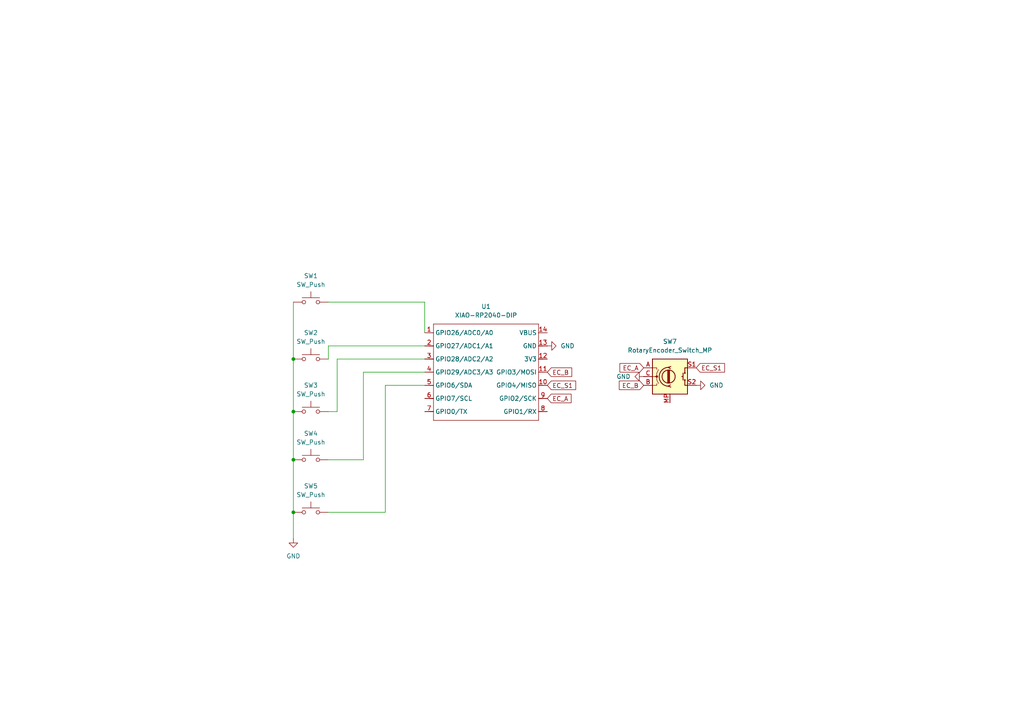
<source format=kicad_sch>
(kicad_sch (version 20250114) (generator "eeschema") (generator_version "9.0")
  (paper "A4")
  (lib_symbols
    (symbol "Device:RotaryEncoder_Switch_MP" (pin_names (offset 0.254) (hide yes))
      (property "Reference" "SW" (at 0 8.89 0))
      (property "Value" "RotaryEncoder_Switch_MP" (at 0 6.35 0))
      (symbol "RotaryEncoder_Switch_MP_0_1"
        (rectangle (start -5.08 5.08) (end 5.08 -5.08) (stroke (width 0.254)) (fill (type background)))
        (polyline (pts (xy -5.08 2.54) (xy -3.81 2.54) (xy -3.81 2.032)))
        (polyline (pts (xy -5.08 0) (xy -3.81 0) (xy -3.81 -1.016) (xy -3.302 -2.032)))
        (polyline (pts (xy -5.08 -2.54) (xy -3.81 -2.54) (xy -3.81 -2.032)))
        (polyline (pts (xy -4.318 0) (xy -3.81 0) (xy -3.81 1.016) (xy -3.302 2.032)))
        (circle (center -3.81 0) (radius 0.254) (fill (type outline)))
        (polyline (pts (xy -0.635 -1.778) (xy -0.635 1.778)) (stroke (width 0.254)))
        (circle (center -0.381 0) (radius 1.905) (stroke (width 0.254)))
        (polyline (pts (xy -0.381 -1.778) (xy -0.381 1.778)) (stroke (width 0.254)))
        (arc (start -0.381 -2.794) (mid -3.0988 -0.0635) (end -0.381 2.667) (stroke (width 0.254)))
        (polyline (pts (xy -0.127 1.778) (xy -0.127 -1.778)) (stroke (width 0.254)))
        (polyline (pts (xy 0.254 2.921) (xy -0.508 2.667) (xy 0.127 2.286)) (stroke (width 0.254)))
        (polyline (pts (xy 0.254 -3.048) (xy -0.508 -2.794) (xy 0.127 -2.413)) (stroke (width 0.254)))
        (polyline (pts (xy 3.81 1.016) (xy 3.81 -1.016)) (stroke (width 0.254)))
        (polyline (pts (xy 3.81 0) (xy 3.429 0)) (stroke (width 0.254)))
        (circle (center 4.318 1.016) (radius 0.127) (stroke (width 0.254)))
        (circle (center 4.318 -1.016) (radius 0.127) (stroke (width 0.254)))
        (polyline (pts (xy 5.08 2.54) (xy 4.318 2.54) (xy 4.318 1.016)) (stroke (width 0.254)))
        (polyline (pts (xy 5.08 -2.54) (xy 4.318 -2.54) (xy 4.318 -1.016)) (stroke (width 0.254)))
      )
      (symbol "RotaryEncoder_Switch_MP_1_1"
        (pin passive line (at -7.62 2.54 0) (length 2.54) (name "A") (number "A"))
        (pin passive line (at -7.62 0 0) (length 2.54) (name "C") (number "C"))
        (pin passive line (at -7.62 -2.54 0) (length 2.54) (name "B") (number "B"))
        (pin passive line (at 0 -7.62 90) (length 2.54) (name "MP") (number "MP"))
        (pin passive line (at 7.62 2.54 180) (length 2.54) (name "S1") (number "S1"))
        (pin passive line (at 7.62 -2.54 180) (length 2.54) (name "S2") (number "S2"))
      )
    )
    (symbol "Seeed_Studio_XIAO_Series:XIAO-RP2040-DIP"
      (property "Reference" "U" (at 0 0 0))
      (property "Value" "XIAO-RP2040-DIP" (at 5.334 -1.778 0))
      (symbol "XIAO-RP2040-DIP_1_0"
        (polyline (pts (xy -1.27 -2.54) (xy 29.21 -2.54)) (stroke (width 0.1524)))
        (polyline (pts (xy -1.27 -5.08) (xy -2.54 -5.08)) (stroke (width 0.1524)))
        (polyline (pts (xy -1.27 -5.08) (xy -1.27 -2.54)) (stroke (width 0.1524)))
        (polyline (pts (xy -1.27 -8.89) (xy -2.54 -8.89)) (stroke (width 0.1524)))
        (polyline (pts (xy -1.27 -8.89) (xy -1.27 -5.08)) (stroke (width 0.1524)))
        (polyline (pts (xy -1.27 -12.7) (xy -2.54 -12.7)) (stroke (width 0.1524)))
        (polyline (pts (xy -1.27 -12.7) (xy -1.27 -8.89)) (stroke (width 0.1524)))
        (polyline (pts (xy -1.27 -16.51) (xy -2.54 -16.51)) (stroke (width 0.1524)))
        (polyline (pts (xy -1.27 -16.51) (xy -1.27 -12.7)) (stroke (width 0.1524)))
        (polyline (pts (xy -1.27 -20.32) (xy -2.54 -20.32)) (stroke (width 0.1524)))
        (polyline (pts (xy -1.27 -24.13) (xy -2.54 -24.13)) (stroke (width 0.1524)))
        (polyline (pts (xy -1.27 -27.94) (xy -2.54 -27.94)) (stroke (width 0.1524)))
        (polyline (pts (xy -1.27 -30.48) (xy -1.27 -16.51)) (stroke (width 0.1524)))
        (polyline (pts (xy 29.21 -2.54) (xy 29.21 -5.08)) (stroke (width 0.1524)))
        (polyline (pts (xy 29.21 -5.08) (xy 29.21 -8.89)) (stroke (width 0.1524)))
        (polyline (pts (xy 29.21 -8.89) (xy 29.21 -12.7)) (stroke (width 0.1524)))
        (polyline (pts (xy 29.21 -12.7) (xy 29.21 -30.48)) (stroke (width 0.1524)))
        (polyline (pts (xy 29.21 -30.48) (xy -1.27 -30.48)) (stroke (width 0.1524)))
        (polyline (pts (xy 30.48 -5.08) (xy 29.21 -5.08)) (stroke (width 0.1524)))
        (polyline (pts (xy 30.48 -8.89) (xy 29.21 -8.89)) (stroke (width 0.1524)))
        (polyline (pts (xy 30.48 -12.7) (xy 29.21 -12.7)) (stroke (width 0.1524)))
        (polyline (pts (xy 30.48 -16.51) (xy 29.21 -16.51)) (stroke (width 0.1524)))
        (polyline (pts (xy 30.48 -20.32) (xy 29.21 -20.32)) (stroke (width 0.1524)))
        (polyline (pts (xy 30.48 -24.13) (xy 29.21 -24.13)) (stroke (width 0.1524)))
        (polyline (pts (xy 30.48 -27.94) (xy 29.21 -27.94)) (stroke (width 0.1524)))
        (pin passive line (at -3.81 -5.08 0) (length 2.54) (name "GPIO26/ADC0/A0") (number "1"))
        (pin passive line (at -3.81 -8.89 0) (length 2.54) (name "GPIO27/ADC1/A1") (number "2"))
        (pin passive line (at -3.81 -12.7 0) (length 2.54) (name "GPIO28/ADC2/A2") (number "3"))
        (pin passive line (at -3.81 -16.51 0) (length 2.54) (name "GPIO29/ADC3/A3") (number "4"))
        (pin passive line (at -3.81 -20.32 0) (length 2.54) (name "GPIO6/SDA") (number "5"))
        (pin passive line (at -3.81 -24.13 0) (length 2.54) (name "GPIO7/SCL") (number "6"))
        (pin passive line (at -3.81 -27.94 0) (length 2.54) (name "GPIO0/TX") (number "7"))
        (pin passive line (at 31.75 -5.08 180) (length 2.54) (name "VBUS") (number "14"))
        (pin passive line (at 31.75 -8.89 180) (length 2.54) (name "GND") (number "13"))
        (pin passive line (at 31.75 -12.7 180) (length 2.54) (name "3V3") (number "12"))
        (pin passive line (at 31.75 -16.51 180) (length 2.54) (name "GPIO3/MOSI") (number "11"))
        (pin passive line (at 31.75 -20.32 180) (length 2.54) (name "GPIO4/MISO") (number "10"))
        (pin passive line (at 31.75 -24.13 180) (length 2.54) (name "GPIO2/SCK") (number "9"))
        (pin passive line (at 31.75 -27.94 180) (length 2.54) (name "GPIO1/RX") (number "8"))
      )
    )
    (symbol "Switch:SW_Push" (pin_numbers (hide yes)) (pin_names (offset 1.016) (hide yes))
      (property "Reference" "SW" (at 1.27 2.54 0))
      (property "Value" "SW_Push" (at 0 -1.524 0))
      (symbol "SW_Push_0_1"
        (circle (center -2.032 0) (radius 0.508))
        (polyline (pts (xy 0 1.27) (xy 0 3.048)))
        (circle (center 2.032 0) (radius 0.508))
        (polyline (pts (xy 2.54 1.27) (xy -2.54 1.27)))
        (pin passive line (at -5.08 0 0) (length 2.54) (name "1") (number "1"))
        (pin passive line (at 5.08 0 180) (length 2.54) (name "2") (number "2"))
      )
    )
    (symbol "power:GND" (power) (pin_numbers (hide yes)) (pin_names (offset 0) (hide yes))
      (property "Value" "GND" (at 0 -3.81 0))
      (symbol "GND_0_1"
        (polyline (pts (xy 0 0) (xy 0 -1.27) (xy 1.27 -1.27) (xy 0 -2.54) (xy -1.27 -1.27) (xy 0 -1.27)))
      )
      (symbol "GND_1_1"
        (pin power_in line (at 0 0 270) (length 0) (name "~") (number "1"))
      )
    )
  )
  (junction (at 85.09 133.35))
  (junction (at 85.09 119.38))
  (junction (at 85.09 148.59))
  (junction (at 85.09 104.14))
  (wire (pts (xy 85.09 133.35) (xy 85.09 148.59)))
  (wire (pts (xy 85.09 119.38) (xy 85.09 133.35)))
  (wire (pts (xy 123.19 87.63) (xy 123.19 96.52)))
  (wire (pts (xy 95.25 87.63) (xy 123.19 87.63)))
  (wire (pts (xy 105.41 107.95) (xy 123.19 107.95)))
  (wire (pts (xy 111.76 148.59) (xy 111.76 111.76)))
  (wire (pts (xy 85.09 148.59) (xy 85.09 156.21)))
  (wire (pts (xy 95.25 148.59) (xy 111.76 148.59)))
  (wire (pts (xy 85.09 104.14) (xy 85.09 119.38)))
  (wire (pts (xy 95.25 100.33) (xy 123.19 100.33)))
  (wire (pts (xy 105.41 133.35) (xy 105.41 107.95)))
  (wire (pts (xy 97.79 104.14) (xy 123.19 104.14)))
  (wire (pts (xy 97.79 119.38) (xy 97.79 104.14)))
  (wire (pts (xy 95.25 119.38) (xy 97.79 119.38)))
  (wire (pts (xy 111.76 111.76) (xy 123.19 111.76)))
  (wire (pts (xy 85.09 87.63) (xy 85.09 104.14)))
  (wire (pts (xy 95.25 133.35) (xy 105.41 133.35)))
  (wire (pts (xy 95.25 104.14) (xy 95.25 100.33)))
  (global_label "EC_S1" (shape input) (at 201.93 106.68 0) (property "Intersheetrefs" "${INTERSHEET_REFS}" (effects (hide yes))))
  (global_label "EC_B" (shape input) (at 186.69 111.76 180) (property "Intersheetrefs" "${INTERSHEET_REFS}" (effects (hide yes))))
  (global_label "EC_S1" (shape input) (at 158.75 111.76 0) (property "Intersheetrefs" "${INTERSHEET_REFS}" (effects (hide yes))))
  (global_label "EC_A" (shape input) (at 158.75 115.57 0) (property "Intersheetrefs" "${INTERSHEET_REFS}" (effects (hide yes))))
  (global_label "EC_B" (shape input) (at 158.75 107.95 0) (property "Intersheetrefs" "${INTERSHEET_REFS}" (effects (hide yes))))
  (global_label "EC_A" (shape input) (at 186.69 106.68 180) (property "Intersheetrefs" "${INTERSHEET_REFS}" (effects (hide yes))))
  (symbol (lib_id "Switch:SW_Push") (at 90.17 148.59 0) (unit 1)
    (property "Reference" "SW5" (at 90.17 140.97 0))
    (property "Value" "SW_Push" (at 90.17 143.51 0))
    (property "Footprint" "Button_Switch_Keyboard:SW_Cherry_MX_1.00u_PCB" (effects (hide yes)))
    (property "Description" "Push button switch, generic, two pins" (effects (hide yes)))
  )
  (symbol (lib_id "Switch:SW_Push") (at 90.17 133.35 0) (unit 1)
    (property "Reference" "SW4" (at 90.17 125.73 0))
    (property "Value" "SW_Push" (at 90.17 128.27 0))
    (property "Footprint" "Button_Switch_Keyboard:SW_Cherry_MX_1.00u_PCB" (effects (hide yes)))
    (property "Description" "Push button switch, generic, two pins" (effects (hide yes)))
  )
  (symbol (lib_id "power:GND") (at 85.09 156.21 0) (unit 1)
    (property "Reference" "#PWR01" (effects (hide yes)))
    (property "Value" "GND" (at 85.09 161.29 0))
    (property "Description" "Power symbol creates a global label with name \"GND\" , ground" (effects (hide yes)))
  )
  (symbol (lib_id "power:GND") (at 158.75 100.33 90) (unit 1)
    (property "Reference" "#PWR02" (effects (hide yes)))
    (property "Value" "GND" (at 162.56 100.3299 90) (effects (justify right)))
    (property "Description" "Power symbol creates a global label with name \"GND\" , ground" (effects (hide yes)))
  )
  (symbol (lib_id "power:GND") (at 201.93 111.76 90) (unit 1)
    (property "Reference" "#PWR06" (effects (hide yes)))
    (property "Value" "GND" (at 205.74 111.7599 90) (effects (justify right)))
    (property "Description" "Power symbol creates a global label with name \"GND\" , ground" (effects (hide yes)))
  )
  (symbol (lib_id "Switch:SW_Push") (at 90.17 119.38 0) (unit 1)
    (property "Reference" "SW3" (at 90.17 111.76 0))
    (property "Value" "SW_Push" (at 90.17 114.3 0))
    (property "Footprint" "Button_Switch_Keyboard:SW_Cherry_MX_1.00u_PCB" (effects (hide yes)))
    (property "Description" "Push button switch, generic, two pins" (effects (hide yes)))
  )
  (symbol (lib_id "Device:RotaryEncoder_Switch_MP") (at 194.31 109.22 0) (unit 1)
    (property "Reference" "SW7" (at 194.31 99.06 0))
    (property "Value" "RotaryEncoder_Switch_MP" (at 194.31 101.6 0))
    (property "Footprint" "Rotary_Encoder.pretty (1):RotaryEncoder_Alps_EC11E-Switch_Vertical_H20mm" (effects (hide yes)))
    (property "Description" "Rotary encoder, dual channel, incremental quadrate outputs, with switch and MP Pin" (effects (hide yes)))
  )
  (symbol (lib_id "Switch:SW_Push") (at 90.17 87.63 0) (unit 1)
    (property "Reference" "SW1" (at 90.17 80.01 0))
    (property "Value" "SW_Push" (at 90.17 82.55 0))
    (property "Footprint" "Button_Switch_Keyboard:SW_Cherry_MX_1.00u_PCB" (effects (hide yes)))
    (property "Description" "Push button switch, generic, two pins" (effects (hide yes)))
  )
  (symbol (lib_id "Seeed_Studio_XIAO_Series:XIAO-RP2040-DIP") (at 127 91.44 0) (unit 1)
    (property "Reference" "U1" (at 140.97 88.9 0))
    (property "Value" "XIAO-RP2040-DIP" (at 140.97 91.44 0))
    (property "Footprint" "Seeed Studio XIAO Series Library:XIAO-RP2040-DIP" (effects (hide yes)))
  )
  (symbol (lib_id "Switch:SW_Push") (at 90.17 104.14 0) (unit 1)
    (property "Reference" "SW2" (at 90.17 96.52 0))
    (property "Value" "SW_Push" (at 90.17 99.06 0))
    (property "Footprint" "Button_Switch_Keyboard:SW_Cherry_MX_1.00u_PCB" (effects (hide yes)))
    (property "Description" "Push button switch, generic, two pins" (effects (hide yes)))
  )
  (symbol (lib_id "power:GND") (at 186.69 109.22 270) (mirror x) (unit 1)
    (property "Reference" "#PWR05" (effects (hide yes)))
    (property "Value" "GND" (at 182.88 109.2199 90) (effects (justify right)))
    (property "Description" "Power symbol creates a global label with name \"GND\" , ground" (effects (hide yes)))
  )
)
</source>
